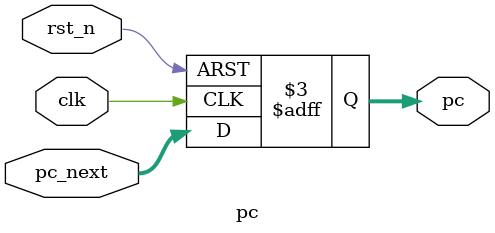
<source format=v>
`timescale 1ns / 1ps
module pc (
    input  wire        clk,            // clock signal
    input  wire        rst_n,          // active-low asynchronous reset
    input  wire [31:0] pc_next,        // input: next value of the program counter
    output reg  [31:0] pc              // output: current value of the program counter
);
    always @(posedge clk or negedge rst_n) begin // synchronous update, async reset
        if (!rst_n)                    // check for reset
            pc <= 32'd0;               // reset program counter to 0
        else                           // normal operation
            pc <= pc_next;             // update PC with next value
    end
endmodule
</source>
